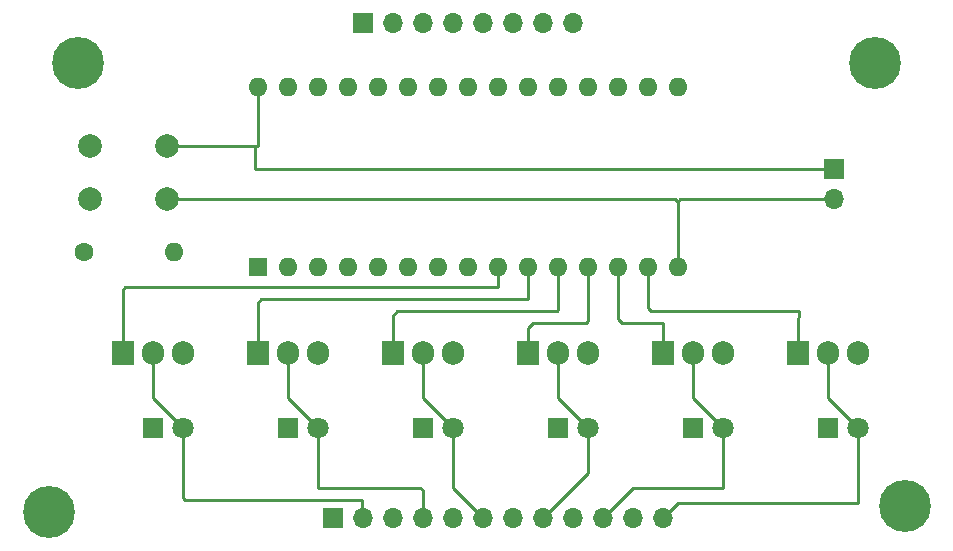
<source format=gbr>
%TF.GenerationSoftware,KiCad,Pcbnew,9.0.0*%
%TF.CreationDate,2025-03-22T15:05:53+10:00*%
%TF.ProjectId,ngmarquee.kicad_pcb_to220_1.0_m2,6e676d61-7271-4756-9565-2e6b69636164,rev?*%
%TF.SameCoordinates,Original*%
%TF.FileFunction,Copper,L1,Top*%
%TF.FilePolarity,Positive*%
%FSLAX46Y46*%
G04 Gerber Fmt 4.6, Leading zero omitted, Abs format (unit mm)*
G04 Created by KiCad (PCBNEW 9.0.0) date 2025-03-22 15:05:53*
%MOMM*%
%LPD*%
G01*
G04 APERTURE LIST*
%TA.AperFunction,ComponentPad*%
%ADD10R,1.800000X1.800000*%
%TD*%
%TA.AperFunction,ComponentPad*%
%ADD11C,1.800000*%
%TD*%
%TA.AperFunction,ComponentPad*%
%ADD12C,4.400000*%
%TD*%
%TA.AperFunction,ComponentPad*%
%ADD13C,1.600000*%
%TD*%
%TA.AperFunction,ComponentPad*%
%ADD14O,1.600000X1.600000*%
%TD*%
%TA.AperFunction,ComponentPad*%
%ADD15R,1.905000X2.000000*%
%TD*%
%TA.AperFunction,ComponentPad*%
%ADD16O,1.905000X2.000000*%
%TD*%
%TA.AperFunction,ComponentPad*%
%ADD17R,1.700000X1.700000*%
%TD*%
%TA.AperFunction,ComponentPad*%
%ADD18O,1.700000X1.700000*%
%TD*%
%TA.AperFunction,ComponentPad*%
%ADD19C,2.000000*%
%TD*%
%TA.AperFunction,ComponentPad*%
%ADD20R,1.600000X1.600000*%
%TD*%
%TA.AperFunction,Conductor*%
%ADD21C,0.250000*%
%TD*%
G04 APERTURE END LIST*
D10*
%TO.P,D1,1*%
%TO.N,N/C*%
X100330000Y-93980000D03*
D11*
%TO.P,D1,2*%
X102870000Y-93980000D03*
%TD*%
D12*
%TO.P,REF\u002A\u002A,1*%
%TO.N,N/C*%
X94040000Y-63090000D03*
%TD*%
D13*
%TO.P,R1,1*%
%TO.N,N/C*%
X94540000Y-79090000D03*
D14*
%TO.P,R1,2*%
X102160000Y-79090000D03*
%TD*%
D10*
%TO.P,D6,1*%
%TO.N,N/C*%
X157480000Y-93980000D03*
D11*
%TO.P,D6,2*%
X160020000Y-93980000D03*
%TD*%
D10*
%TO.P,D5,1*%
%TO.N,N/C*%
X146050000Y-93980000D03*
D11*
%TO.P,D5,2*%
X148590000Y-93980000D03*
%TD*%
D15*
%TO.P,Q6,1*%
%TO.N,N/C*%
X154940000Y-87630000D03*
D16*
%TO.P,Q6,2*%
X157480000Y-87630000D03*
%TO.P,Q6,3*%
X160020000Y-87630000D03*
%TD*%
D17*
%TO.P,REF\u002A\u002A,1*%
%TO.N,N/C*%
X158040000Y-72090000D03*
D18*
%TO.P,REF\u002A\u002A,2*%
X158040000Y-74630000D03*
%TD*%
D15*
%TO.P,Q2,1*%
%TO.N,N/C*%
X109220000Y-87630000D03*
D16*
%TO.P,Q2,2*%
X111760000Y-87630000D03*
%TO.P,Q2,3*%
X114300000Y-87630000D03*
%TD*%
D12*
%TO.P,REF\u002A\u002A,1*%
%TO.N,N/C*%
X91540000Y-101090000D03*
%TD*%
D19*
%TO.P,REF\u002A\u002A,1*%
%TO.N,N/C*%
X95040000Y-70090000D03*
X101540000Y-70090000D03*
%TO.P,REF\u002A\u002A,2*%
X95040000Y-74590000D03*
X101540000Y-74590000D03*
%TD*%
D10*
%TO.P,D4,1*%
%TO.N,N/C*%
X134620000Y-93980000D03*
D11*
%TO.P,D4,2*%
X137160000Y-93980000D03*
%TD*%
D10*
%TO.P,D3,1*%
%TO.N,N/C*%
X123190000Y-93980000D03*
D11*
%TO.P,D3,2*%
X125730000Y-93980000D03*
%TD*%
D12*
%TO.P,REF\u002A\u002A,1*%
%TO.N,N/C*%
X161540000Y-63090000D03*
%TD*%
D15*
%TO.P,Q5,1*%
%TO.N,N/C*%
X143510000Y-87630000D03*
D16*
%TO.P,Q5,2*%
X146050000Y-87630000D03*
%TO.P,Q5,3*%
X148590000Y-87630000D03*
%TD*%
D15*
%TO.P,Q4,1*%
%TO.N,N/C*%
X132080000Y-87630000D03*
D16*
%TO.P,Q4,2*%
X134620000Y-87630000D03*
%TO.P,Q4,3*%
X137160000Y-87630000D03*
%TD*%
D15*
%TO.P,Q3,1*%
%TO.N,N/C*%
X120650000Y-87630000D03*
D16*
%TO.P,Q3,2*%
X123190000Y-87630000D03*
%TO.P,Q3,3*%
X125730000Y-87630000D03*
%TD*%
D15*
%TO.P,Q1,1*%
%TO.N,N/C*%
X97790000Y-87630000D03*
D16*
%TO.P,Q1,2*%
X100330000Y-87630000D03*
%TO.P,Q1,3*%
X102870000Y-87630000D03*
%TD*%
D14*
%TO.P,A1,3V3 Out*%
%TO.N,N/C*%
X142240000Y-65090000D03*
%TO.P,A1,5V Out*%
X116840000Y-65090000D03*
%TO.P,A1,A0*%
X137160000Y-65090000D03*
%TO.P,A1,A1*%
X134620000Y-65090000D03*
%TO.P,A1,A2*%
X132080000Y-65090000D03*
%TO.P,A1,A3*%
X129540000Y-65090000D03*
%TO.P,A1,A4*%
X127000000Y-65090000D03*
%TO.P,A1,A5*%
X124460000Y-65090000D03*
%TO.P,A1,A6*%
X121920000Y-65090000D03*
%TO.P,A1,A7*%
X119380000Y-65090000D03*
%TO.P,A1,D2*%
X119380000Y-80330000D03*
%TO.P,A1,D3*%
X121920000Y-80330000D03*
%TO.P,A1,D4*%
X124460000Y-80330000D03*
%TO.P,A1,D5*%
X127000000Y-80330000D03*
%TO.P,A1,D6*%
X129540000Y-80330000D03*
%TO.P,A1,D7*%
X132080000Y-80330000D03*
%TO.P,A1,D8*%
X134620000Y-80330000D03*
%TO.P,A1,D9*%
X137160000Y-80330000D03*
%TO.P,A1,D10*%
X139700000Y-80330000D03*
%TO.P,A1,D11*%
X142240000Y-80330000D03*
%TO.P,A1,D12*%
X144780000Y-80330000D03*
%TO.P,A1,D13*%
X144780000Y-65090000D03*
%TO.P,A1,GND*%
X116840000Y-80330000D03*
X111760000Y-65090000D03*
%TO.P,A1,REF*%
X139700000Y-65090000D03*
%TO.P,A1,RST*%
X114300000Y-80330000D03*
X114300000Y-65090000D03*
%TO.P,A1,RX0*%
X111760000Y-80330000D03*
D20*
%TO.P,A1,TX1*%
X109220000Y-80330000D03*
D14*
%TO.P,A1,Vin*%
X109220000Y-65090000D03*
%TD*%
D17*
%TO.P,J1,1*%
%TO.N,N/C*%
X118110000Y-59690000D03*
D18*
%TO.P,J1,2*%
X120650000Y-59690000D03*
%TO.P,J1,3*%
X123190000Y-59690000D03*
%TO.P,J1,4*%
X125730000Y-59690000D03*
%TO.P,J1,5*%
X128270000Y-59690000D03*
%TO.P,J1,6*%
X130810000Y-59690000D03*
%TO.P,J1,7*%
X133350000Y-59690000D03*
%TO.P,J1,8*%
X135890000Y-59690000D03*
%TD*%
D12*
%TO.P,REF\u002A\u002A,1*%
%TO.N,N/C*%
X164040000Y-100590000D03*
%TD*%
D10*
%TO.P,D2,1*%
%TO.N,N/C*%
X111760000Y-93980000D03*
D11*
%TO.P,D2,2*%
X114300000Y-93980000D03*
%TD*%
D17*
%TO.P,J2,1*%
%TO.N,N/C*%
X115570000Y-101600000D03*
D18*
%TO.P,J2,2*%
X118110000Y-101600000D03*
%TO.P,J2,3*%
X120650000Y-101600000D03*
%TO.P,J2,4*%
X123190000Y-101600000D03*
%TO.P,J2,5*%
X125730000Y-101600000D03*
%TO.P,J2,6*%
X128270000Y-101600000D03*
%TO.P,J2,7*%
X130810000Y-101600000D03*
%TO.P,J2,8*%
X133350000Y-101600000D03*
%TO.P,J2,9*%
X135890000Y-101600000D03*
%TO.P,J2,10*%
X138430000Y-101600000D03*
%TO.P,J2,11*%
X140970000Y-101600000D03*
%TO.P,J2,12*%
X143510000Y-101600000D03*
%TD*%
D21*
%TO.N,*%
X134620000Y-84010000D02*
X134540000Y-84090000D01*
X109040000Y-70090000D02*
X109220000Y-70090000D01*
X102870000Y-93980000D02*
X102870000Y-99920000D01*
X158040000Y-72090000D02*
X109040000Y-72090000D01*
X114300000Y-99060000D02*
X123010000Y-99060000D01*
X111760000Y-87630000D02*
X111760000Y-91440000D01*
X97790000Y-82340000D02*
X97790000Y-87630000D01*
X132540000Y-85090000D02*
X132080000Y-85550000D01*
X125730000Y-93980000D02*
X125730000Y-99060000D01*
X157480000Y-91440000D02*
X160020000Y-93980000D01*
X154940000Y-84690000D02*
X154940000Y-87630000D01*
X100330000Y-87630000D02*
X100330000Y-91440000D01*
X118040000Y-100090000D02*
X118040000Y-101530000D01*
X102870000Y-99920000D02*
X103040000Y-100090000D01*
X114300000Y-93980000D02*
X114300000Y-99060000D01*
X109220000Y-70090000D02*
X109220000Y-65090000D01*
X143540000Y-85590000D02*
X143510000Y-85620000D01*
X123190000Y-99240000D02*
X123190000Y-101600000D01*
X137160000Y-97790000D02*
X133350000Y-101600000D01*
X125730000Y-99060000D02*
X128270000Y-101600000D01*
X109220000Y-83410000D02*
X109220000Y-87630000D01*
X111760000Y-91440000D02*
X114300000Y-93980000D01*
X155040000Y-84090000D02*
X155040000Y-84590000D01*
X140040000Y-85090000D02*
X143540000Y-85090000D01*
X142240000Y-80330000D02*
X142240000Y-83790000D01*
X132040000Y-83090000D02*
X109540000Y-83090000D01*
X137160000Y-84970000D02*
X137040000Y-85090000D01*
X134620000Y-87630000D02*
X134620000Y-91440000D01*
X109540000Y-83090000D02*
X109220000Y-83410000D01*
X121040000Y-84090000D02*
X120650000Y-84480000D01*
X95040000Y-78590000D02*
X94540000Y-79090000D01*
X148590000Y-99040000D02*
X140990000Y-99040000D01*
X103040000Y-100090000D02*
X118040000Y-100090000D01*
X143510000Y-85620000D02*
X143510000Y-87630000D01*
X137040000Y-85090000D02*
X132540000Y-85090000D01*
X144780000Y-74830000D02*
X144780000Y-75090000D01*
X143540000Y-85090000D02*
X143540000Y-85590000D01*
X157480000Y-87630000D02*
X157480000Y-91440000D01*
X144820000Y-75130000D02*
X144780000Y-75090000D01*
X132080000Y-85550000D02*
X132080000Y-87630000D01*
X146050000Y-87630000D02*
X146050000Y-91440000D01*
X129540000Y-82090000D02*
X98040000Y-82090000D01*
X109040000Y-72090000D02*
X109040000Y-70090000D01*
X144540000Y-74590000D02*
X144780000Y-74830000D01*
X123190000Y-87630000D02*
X123190000Y-91440000D01*
X144780000Y-100330000D02*
X143510000Y-101600000D01*
X144980000Y-74630000D02*
X144780000Y-74830000D01*
X101540000Y-74590000D02*
X144540000Y-74590000D01*
X139700000Y-80330000D02*
X139700000Y-84750000D01*
X98040000Y-82090000D02*
X97790000Y-82340000D01*
X137160000Y-93980000D02*
X137160000Y-97790000D01*
X144780000Y-75090000D02*
X144780000Y-80330000D01*
X148590000Y-99040000D02*
X148590000Y-99060000D01*
X123190000Y-91440000D02*
X125730000Y-93980000D01*
X134540000Y-84090000D02*
X121040000Y-84090000D01*
X132080000Y-83050000D02*
X132040000Y-83090000D01*
X101540000Y-70090000D02*
X109040000Y-70090000D01*
X137160000Y-80330000D02*
X137160000Y-84970000D01*
X148590000Y-93980000D02*
X148590000Y-99040000D01*
X139700000Y-84750000D02*
X140040000Y-85090000D01*
X160020000Y-100330000D02*
X144780000Y-100330000D01*
X123010000Y-99060000D02*
X123190000Y-99240000D01*
X142240000Y-83790000D02*
X142540000Y-84090000D01*
X146050000Y-91440000D02*
X148590000Y-93980000D01*
X160020000Y-93980000D02*
X160020000Y-100330000D01*
X120650000Y-84480000D02*
X120650000Y-87630000D01*
X100330000Y-91440000D02*
X102870000Y-93980000D01*
X140990000Y-99040000D02*
X138430000Y-101600000D01*
X158040000Y-74630000D02*
X144980000Y-74630000D01*
X134620000Y-80330000D02*
X134620000Y-84010000D01*
X134620000Y-91440000D02*
X137160000Y-93980000D01*
X132080000Y-80330000D02*
X132080000Y-83050000D01*
X129540000Y-80330000D02*
X129540000Y-82090000D01*
X118040000Y-101530000D02*
X118110000Y-101600000D01*
X142540000Y-84090000D02*
X155040000Y-84090000D01*
X155040000Y-84590000D02*
X154940000Y-84690000D01*
%TD*%
M02*

</source>
